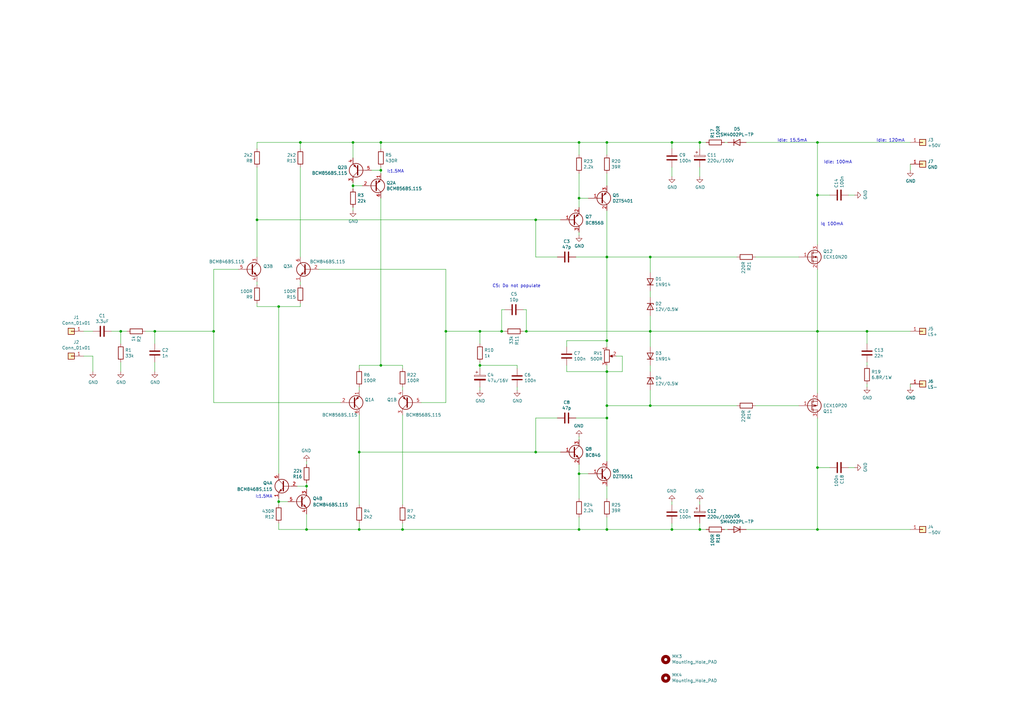
<source format=kicad_sch>
(kicad_sch (version 20211123) (generator eeschema)
  (paper "A3")
  (title_block (title "Lateral MOS FET 80W") (date "2022-04-02") (rev "V3"))
  (lib_symbols
    (symbol "Connector_Generic:Conn_01x01" (pin_names (offset 1.016) hide)
      (property "Reference" "J" (at 0 2.54 0))
      (property "Value" "Conn_01x01" (at 0 -2.54 0))
      (symbol "Conn_01x01_1_1"
        (rectangle (start -1.27 0.127) (end 0 -0.127) (stroke (width 0.1524)))
        (rectangle (start -1.27 1.27) (end 1.27 -1.27) (stroke (width 0.254)) (fill (type background)))
        (pin passive line (at -5.08 0 0) (length 3.81) (name "Pin_1") (number "1"))
      )
    )
    (symbol "Device:C" (pin_numbers hide) (pin_names (offset 0.254))
      (property "Reference" "C" (at 0.635 2.54 0))
      (property "Value" "C" (at 0.635 -2.54 0))
      (symbol "C_0_1"
        (polyline (pts (xy -2.032 -0.762) (xy 2.032 -0.762)) (stroke (width 0.508)))
        (polyline (pts (xy -2.032 0.762) (xy 2.032 0.762)) (stroke (width 0.508)))
      )
      (symbol "C_1_1"
        (pin passive line (at 0 3.81 270) (length 2.794) (name "~") (number "1"))
        (pin passive line (at 0 -3.81 90) (length 2.794) (name "~") (number "2"))
      )
    )
    (symbol "Device:CP" (pin_numbers hide) (pin_names (offset 0.254))
      (property "Reference" "C" (at 0.635 2.54 0))
      (property "Value" "Device_CP" (at 0.635 -2.54 0))
      (symbol "CP_0_1"
        (rectangle (start -2.286 0.508) (end 2.286 1.016))
        (polyline (pts (xy -1.778 2.286) (xy -0.762 2.286)))
        (polyline (pts (xy -1.27 2.794) (xy -1.27 1.778)))
        (rectangle (start 2.286 -0.508) (end -2.286 -1.016) (fill (type outline)))
      )
      (symbol "CP_1_1"
        (pin passive line (at 0 3.81 270) (length 2.794) (name "~") (number "1"))
        (pin passive line (at 0 -3.81 90) (length 2.794) (name "~") (number "2"))
      )
    )
    (symbol "Device:R" (pin_numbers hide) (pin_names (offset 0))
      (property "Reference" "R" (at 2.032 0 90))
      (property "Value" "R" (at 0 0 90))
      (symbol "R_0_1"
        (rectangle (start -1.016 -2.54) (end 1.016 2.54) (stroke (width 0.254)))
      )
      (symbol "R_1_1"
        (pin passive line (at 0 3.81 270) (length 1.27) (name "~") (number "1"))
        (pin passive line (at 0 -3.81 90) (length 1.27) (name "~") (number "2"))
      )
    )
    (symbol "Device:R_POT" (pin_names (offset 1.016) hide)
      (property "Reference" "RV" (at -4.445 0 90))
      (property "Value" "Device_R_POT" (at -2.54 0 90))
      (symbol "R_POT_0_1"
        (polyline (pts (xy 2.54 0) (xy 1.524 0)))
        (polyline (pts (xy 1.143 0) (xy 2.286 0.508) (xy 2.286 -0.508) (xy 1.143 0)) (fill (type outline)))
        (rectangle (start 1.016 2.54) (end -1.016 -2.54) (stroke (width 0.254)))
      )
      (symbol "R_POT_1_1"
        (pin passive line (at 0 3.81 270) (length 1.27) (name "1") (number "1"))
        (pin passive line (at 3.81 0 180) (length 1.27) (name "2") (number "2"))
        (pin passive line (at 0 -3.81 90) (length 1.27) (name "3") (number "3"))
      )
    )
    (symbol "Diode:1N4002" (pin_numbers hide) (pin_names (offset 1.016) hide)
      (property "Reference" "D" (at 0 2.54 0))
      (property "Value" "1N4002" (at 0 -2.54 0))
      (symbol "1N4002_0_1"
        (polyline (pts (xy -1.27 1.27) (xy -1.27 -1.27)) (stroke (width 0.254)))
        (polyline (pts (xy 1.27 0) (xy -1.27 0)))
        (polyline (pts (xy 1.27 1.27) (xy 1.27 -1.27) (xy -1.27 0) (xy 1.27 1.27)) (stroke (width 0.254)))
      )
      (symbol "1N4002_1_1"
        (pin passive line (at -3.81 0 0) (length 2.54) (name "K") (number "1"))
        (pin passive line (at 3.81 0 180) (length 2.54) (name "A") (number "2"))
      )
    )
    (symbol "Diode:1N4148" (pin_numbers hide) (pin_names (offset 1.016) hide)
      (property "Reference" "D" (at 0 2.54 0))
      (property "Value" "1N4148" (at 0 -2.54 0))
      (symbol "1N4148_0_1"
        (polyline (pts (xy -1.27 1.27) (xy -1.27 -1.27)) (stroke (width 0.254)))
        (polyline (pts (xy 1.27 0) (xy -1.27 0)))
        (polyline (pts (xy 1.27 1.27) (xy 1.27 -1.27) (xy -1.27 0) (xy 1.27 1.27)) (stroke (width 0.254)))
      )
      (symbol "1N4148_1_1"
        (pin passive line (at -3.81 0 0) (length 2.54) (name "K") (number "1"))
        (pin passive line (at 3.81 0 180) (length 2.54) (name "A") (number "2"))
      )
    )
    (symbol "Diode:ZPDxx" (pin_numbers hide) (pin_names (offset 1.016) hide)
      (property "Reference" "D" (at 0 2.54 0))
      (property "Value" "ZPDxx" (at 0 -2.54 0))
      (symbol "ZPDxx_0_1"
        (polyline (pts (xy 1.27 0) (xy -1.27 0)))
        (polyline (pts (xy -1.27 -1.27) (xy -1.27 1.27) (xy -0.762 1.27)) (stroke (width 0.254)))
        (polyline (pts (xy 1.27 -1.27) (xy 1.27 1.27) (xy -1.27 0) (xy 1.27 -1.27)) (stroke (width 0.254)))
      )
      (symbol "ZPDxx_1_1"
        (pin passive line (at -3.81 0 0) (length 2.54) (name "K") (number "1"))
        (pin passive line (at 3.81 0 180) (length 2.54) (name "A") (number "2"))
      )
    )
    (symbol "Mechanical:MountingHole" (pin_names (offset 1.016))
      (property "Reference" "H" (at 0 5.08 0))
      (property "Value" "MountingHole" (at 0 3.175 0))
      (symbol "MountingHole_0_1"
        (circle (center 0 0) (radius 1.27) (stroke (width 1.27)))
      )
    )
    (symbol "Transistor_BJT:BC846" (pin_names (offset 0) hide)
      (property "Reference" "Q" (at 5.08 1.905 0))
      (property "Value" "BC846" (at 5.08 0 0))
      (symbol "BC846_0_1"
        (polyline (pts (xy 0.635 0.635) (xy 2.54 2.54)))
        (polyline (pts (xy 0.635 -0.635) (xy 2.54 -2.54) (xy 2.54 -2.54)))
        (polyline (pts (xy 0.635 1.905) (xy 0.635 -1.905) (xy 0.635 -1.905)) (stroke (width 0.508)))
        (polyline (pts (xy 1.27 -1.778) (xy 1.778 -1.27) (xy 2.286 -2.286) (xy 1.27 -1.778) (xy 1.27 -1.778)) (fill (type outline)))
        (circle (center 1.27 0) (radius 2.8194) (stroke (width 0.254)))
      )
      (symbol "BC846_1_1"
        (pin input line (at -5.08 0 0) (length 5.715) (name "B") (number "1"))
        (pin passive line (at 2.54 -5.08 90) (length 2.54) (name "E") (number "2"))
        (pin passive line (at 2.54 5.08 270) (length 2.54) (name "C") (number "3"))
      )
    )
    (symbol "Transistor_BJT:BC846BDW1" (pin_names (offset 0) hide)
      (property "Reference" "Q" (at 5.08 1.27 0))
      (property "Value" "BC846BDW1" (at 5.08 -1.27 0))
      (symbol "BC846BDW1_0_1"
        (polyline (pts (xy 0.635 0) (xy -2.54 0)))
        (polyline (pts (xy 0.635 0.635) (xy 2.54 2.54)))
        (polyline (pts (xy 0.635 -0.635) (xy 2.54 -2.54) (xy 2.54 -2.54)))
        (polyline (pts (xy 0.635 1.905) (xy 0.635 -1.905) (xy 0.635 -1.905)) (stroke (width 0.508)))
        (polyline (pts (xy 1.27 -1.778) (xy 1.778 -1.27) (xy 2.286 -2.286) (xy 1.27 -1.778) (xy 1.27 -1.778)) (fill (type outline)))
        (circle (center 1.27 0) (radius 2.8194) (stroke (width 0.254)))
      )
      (symbol "BC846BDW1_1_1"
        (pin passive line (at 2.54 -5.08 90) (length 2.54) (name "E1") (number "1"))
        (pin input line (at -5.08 0 0) (length 2.54) (name "B1") (number "2"))
        (pin passive line (at 2.54 5.08 270) (length 2.54) (name "C1") (number "6"))
      )
      (symbol "BC846BDW1_2_1"
        (pin passive line (at 2.54 5.08 270) (length 2.54) (name "C2") (number "3"))
        (pin passive line (at 2.54 -5.08 90) (length 2.54) (name "E2") (number "4"))
        (pin input line (at -5.08 0 0) (length 2.54) (name "B2") (number "5"))
      )
    )
    (symbol "Transistor_BJT:BC856" (pin_names (offset 0) hide)
      (property "Reference" "Q" (at 5.08 1.905 0))
      (property "Value" "BC856" (at 5.08 0 0))
      (symbol "BC856_0_1"
        (polyline (pts (xy 0.635 0.635) (xy 2.54 2.54)))
        (polyline (pts (xy 0.635 -0.635) (xy 2.54 -2.54) (xy 2.54 -2.54)))
        (polyline (pts (xy 0.635 1.905) (xy 0.635 -1.905) (xy 0.635 -1.905)) (stroke (width 0.508)))
        (polyline (pts (xy 2.286 -1.778) (xy 1.778 -2.286) (xy 1.27 -1.27) (xy 2.286 -1.778) (xy 2.286 -1.778)) (fill (type outline)))
        (circle (center 1.27 0) (radius 2.8194) (stroke (width 0.254)))
      )
      (symbol "BC856_1_1"
        (pin input line (at -5.08 0 0) (length 5.715) (name "B") (number "1"))
        (pin passive line (at 2.54 -5.08 90) (length 2.54) (name "E") (number "2"))
        (pin passive line (at 2.54 5.08 270) (length 2.54) (name "C") (number "3"))
      )
    )
    (symbol "Transistor_BJT:BC856BS" (pin_names (offset 0) hide)
      (property "Reference" "Q" (at 5.08 1.27 0))
      (property "Value" "BC856BS" (at 5.08 -1.27 0))
      (symbol "BC856BS_0_1"
        (polyline (pts (xy 0.635 0) (xy -2.54 0)))
        (polyline (pts (xy 0.635 0.635) (xy 2.54 2.54)))
        (polyline (pts (xy 0.635 -0.635) (xy 2.54 -2.54) (xy 2.54 -2.54)))
        (polyline (pts (xy 0.635 1.905) (xy 0.635 -1.905) (xy 0.635 -1.905)) (stroke (width 0.508)))
        (polyline (pts (xy 2.286 -1.778) (xy 1.778 -2.286) (xy 1.27 -1.27) (xy 2.286 -1.778) (xy 2.286 -1.778)) (fill (type outline)))
        (circle (center 1.27 0) (radius 2.8194) (stroke (width 0.254)))
      )
      (symbol "BC856BS_1_1"
        (pin passive line (at 2.54 -5.08 90) (length 2.54) (name "E1") (number "1"))
        (pin input line (at -5.08 0 0) (length 2.54) (name "B1") (number "2"))
        (pin passive line (at 2.54 5.08 270) (length 2.54) (name "C1") (number "6"))
      )
      (symbol "BC856BS_2_1"
        (pin passive line (at 2.54 5.08 270) (length 2.54) (name "C2") (number "3"))
        (pin passive line (at 2.54 -5.08 90) (length 2.54) (name "E2") (number "4"))
        (pin input line (at -5.08 0 0) (length 2.54) (name "B2") (number "5"))
      )
    )
    (symbol "kicad-snk:DZT5401" (pin_names (offset 0) hide)
      (property "Reference" "Q" (at 5.08 1.905 0))
      (property "Value" "kicad-snk_DZT5401" (at 5.08 0 0))
      (symbol "DZT5401_0_1"
        (polyline (pts (xy 0.635 0.635) (xy 2.54 2.54)))
        (polyline (pts (xy 0.635 -0.635) (xy 2.54 -2.54) (xy 2.54 -2.54)))
        (polyline (pts (xy 0.635 1.905) (xy 0.635 -1.905) (xy 0.635 -1.905)) (stroke (width 0.508)))
        (polyline (pts (xy 2.286 -1.778) (xy 1.778 -2.286) (xy 1.27 -1.27) (xy 2.286 -1.778) (xy 2.286 -1.778)) (fill (type outline)))
        (circle (center 1.27 0) (radius 2.8194) (stroke (width 0.254)))
      )
      (symbol "DZT5401_1_1"
        (pin input line (at -5.08 0 0) (length 5.715) (name "B") (number "1"))
        (pin passive line (at 2.54 5.08 270) (length 2.54) (name "C") (number "2"))
        (pin passive line (at 2.54 -5.08 90) (length 2.54) (name "E") (number "3"))
      )
    )
    (symbol "kicad-snk:DZT5551" (pin_names (offset 0) hide)
      (property "Reference" "Q" (at 5.08 1.905 0))
      (property "Value" "kicad-snk_DZT5551" (at 5.08 0 0))
      (symbol "DZT5551_0_1"
        (polyline (pts (xy 0.635 0.635) (xy 2.54 2.54)))
        (polyline (pts (xy 0.635 -0.635) (xy 2.54 -2.54) (xy 2.54 -2.54)))
        (polyline (pts (xy 0.635 1.905) (xy 0.635 -1.905) (xy 0.635 -1.905)) (stroke (width 0.508)))
        (polyline (pts (xy 1.27 -1.778) (xy 1.778 -1.27) (xy 2.286 -2.286) (xy 1.27 -1.778) (xy 1.27 -1.778)) (fill (type outline)))
        (circle (center 1.27 0) (radius 2.8194) (stroke (width 0.254)))
      )
      (symbol "DZT5551_1_1"
        (pin input line (at -5.08 0 0) (length 5.715) (name "B") (number "1"))
        (pin passive line (at 2.54 5.08 270) (length 2.54) (name "C") (number "2"))
        (pin passive line (at 2.54 -5.08 90) (length 2.54) (name "E") (number "3"))
      )
    )
    (symbol "kicad-snk:Q_NMOS_GSD" (pin_names (offset 0) hide)
      (property "Reference" "Q" (at 7.62 1.27 0))
      (property "Value" "kicad-snk_Q_NMOS_GSD" (at 16.51 -1.27 0))
      (symbol "Q_NMOS_GSD_0_1"
        (polyline (pts (xy 0.762 -1.778) (xy 2.54 -1.778)))
        (polyline (pts (xy 0.762 -1.27) (xy 0.762 -2.286)) (stroke (width 0.254)))
        (polyline (pts (xy 0.762 0) (xy 2.54 0)))
        (polyline (pts (xy 0.762 0.508) (xy 0.762 -0.508)) (stroke (width 0.254)))
        (polyline (pts (xy 0.762 1.778) (xy 2.54 1.778)))
        (polyline (pts (xy 0.762 2.286) (xy 0.762 1.27)) (stroke (width 0.254)))
        (polyline (pts (xy 2.54 -1.778) (xy 2.54 -2.54)))
        (polyline (pts (xy 2.54 -1.778) (xy 2.54 0)))
        (polyline (pts (xy 2.54 2.54) (xy 2.54 1.778)))
        (polyline (pts (xy 0.254 1.905) (xy 0.254 -1.905) (xy 0.254 -1.905)) (stroke (width 0.254)))
        (polyline (pts (xy 1.016 0) (xy 2.032 0.381) (xy 2.032 -0.381) (xy 1.016 0)) (fill (type outline)))
        (circle (center 1.27 0) (radius 2.8194) (stroke (width 0.254)))
      )
      (symbol "Q_NMOS_GSD_1_1"
        (pin input line (at -5.08 0 0) (length 5.334) (name "G") (number "1"))
        (pin passive line (at 2.54 -5.08 90) (length 2.54) (name "S") (number "2"))
        (pin passive line (at 2.54 5.08 270) (length 2.54) (name "D") (number "3"))
      )
    )
    (symbol "kicad-snk:Q_PMOS_GSD" (pin_names (offset 0) hide)
      (property "Reference" "Q" (at 7.62 1.27 0))
      (property "Value" "kicad-snk_Q_PMOS_GSD" (at 16.51 -1.27 0))
      (symbol "Q_PMOS_GSD_0_1"
        (polyline (pts (xy 0.762 -1.778) (xy 2.54 -1.778)))
        (polyline (pts (xy 0.762 -1.27) (xy 0.762 -2.286)) (stroke (width 0.254)))
        (polyline (pts (xy 0.762 0) (xy 2.54 0)))
        (polyline (pts (xy 0.762 0.508) (xy 0.762 -0.508)) (stroke (width 0.254)))
        (polyline (pts (xy 0.762 1.778) (xy 2.54 1.778)))
        (polyline (pts (xy 0.762 2.286) (xy 0.762 1.27)) (stroke (width 0.254)))
        (polyline (pts (xy 2.54 -1.778) (xy 2.54 -2.54)))
        (polyline (pts (xy 2.54 -1.778) (xy 2.54 0)))
        (polyline (pts (xy 2.54 2.54) (xy 2.54 1.778)))
        (polyline (pts (xy 0.254 1.905) (xy 0.254 -1.905) (xy 0.254 -1.905)) (stroke (width 0.254)))
        (polyline (pts (xy 2.286 0) (xy 1.27 -0.381) (xy 1.27 0.381) (xy 2.286 0)) (fill (type outline)))
        (circle (center 1.27 0) (radius 2.8194) (stroke (width 0.254)))
      )
      (symbol "Q_PMOS_GSD_1_1"
        (pin input line (at -5.08 0 0) (length 5.334) (name "G") (number "1"))
        (pin passive line (at 2.54 -5.08 90) (length 2.54) (name "D") (number "2"))
        (pin passive line (at 2.54 5.08 270) (length 2.54) (name "S") (number "3"))
      )
    )
    (symbol "power:GND" (power) (pin_names (offset 0))
      (property "Value" "GND" (at 0 -3.81 0))
      (symbol "GND_0_1"
        (polyline (pts (xy 0 0) (xy 0 -1.27) (xy 1.27 -1.27) (xy 0 -2.54) (xy -1.27 -1.27) (xy 0 -1.27)))
      )
      (symbol "GND_1_1"
        (pin power_in line (at 0 0 270) (length 0) hide (name "GND") (number "1"))
      )
    )
  )
  (junction (at 248.92 58.42))
  (junction (at 266.7 166.37))
  (junction (at 266.7 105.41))
  (junction (at 248.92 166.37))
  (junction (at 266.7 135.89))
  (junction (at 237.49 194.31))
  (junction (at 219.71 185.42))
  (junction (at 355.6 135.89))
  (junction (at 87.63 135.89))
  (junction (at 114.3 205.74))
  (junction (at 156.21 149.86))
  (junction (at 63.5 135.89))
  (junction (at 248.92 217.17))
  (junction (at 248.92 139.7))
  (junction (at 237.49 58.42))
  (junction (at 248.92 105.41))
  (junction (at 147.32 217.17))
  (junction (at 248.92 171.45))
  (junction (at 49.53 135.89))
  (junction (at 156.21 58.42))
  (junction (at 105.41 90.17))
  (junction (at 248.92 152.4))
  (junction (at 275.59 58.42))
  (junction (at 275.59 217.17))
  (junction (at 125.73 217.17))
  (junction (at 125.73 199.39))
  (junction (at 335.28 191.77))
  (junction (at 287.02 58.42))
  (junction (at 196.85 135.89))
  (junction (at 182.88 135.89))
  (junction (at 335.28 58.42))
  (junction (at 165.1 217.17))
  (junction (at 215.9 135.89))
  (junction (at 205.74 135.89))
  (junction (at 335.28 135.89))
  (junction (at 156.21 69.85))
  (junction (at 114.3 125.73))
  (junction (at 144.78 76.2))
  (junction (at 147.32 185.42))
  (junction (at 123.19 58.42))
  (junction (at 335.28 217.17))
  (junction (at 144.78 58.42))
  (junction (at 237.49 81.28))
  (junction (at 237.49 217.17))
  (junction (at 196.85 149.86))
  (junction (at 287.02 217.17))
  (junction (at 335.28 80.01))
  (junction (at 219.71 90.17))
  (wire (pts (xy 38.1 146.05) (xy 34.29 146.05)))
  (wire (pts (xy 219.71 171.45) (xy 219.71 185.42)))
  (wire (pts (xy 236.22 171.45) (xy 248.92 171.45)))
  (wire (pts (xy 255.27 152.4) (xy 255.27 146.05)))
  (wire (pts (xy 306.07 217.17) (xy 335.28 217.17)))
  (wire (pts (xy 205.74 127) (xy 205.74 135.89)))
  (wire (pts (xy 219.71 105.41) (xy 219.71 90.17)))
  (wire (pts (xy 123.19 116.84) (xy 123.19 115.57)))
  (wire (pts (xy 212.09 149.86) (xy 196.85 149.86)))
  (wire (pts (xy 335.28 217.17) (xy 335.28 191.77)))
  (wire (pts (xy 248.92 166.37) (xy 266.7 166.37)))
  (wire (pts (xy 207.01 127) (xy 205.74 127)))
  (wire (pts (xy 212.09 151.13) (xy 212.09 149.86)))
  (wire (pts (xy 165.1 170.18) (xy 165.1 207.01)))
  (wire (pts (xy 266.7 111.76) (xy 266.7 105.41)))
  (wire (pts (xy 237.49 85.09) (xy 237.49 81.28)))
  (wire (pts (xy 275.59 58.42) (xy 275.59 60.96)))
  (wire (pts (xy 125.73 199.39) (xy 121.92 199.39)))
  (wire (pts (xy 34.29 135.89) (xy 38.1 135.89)))
  (wire (pts (xy 152.4 69.85) (xy 156.21 69.85)))
  (wire (pts (xy 266.7 129.54) (xy 266.7 135.89)))
  (wire (pts (xy 275.59 68.58) (xy 275.59 72.39)))
  (wire (pts (xy 340.36 80.01) (xy 335.28 80.01)))
  (wire (pts (xy 340.36 191.77) (xy 335.28 191.77)))
  (wire (pts (xy 248.92 217.17) (xy 275.59 217.17)))
  (wire (pts (xy 125.73 217.17) (xy 147.32 217.17)))
  (wire (pts (xy 144.78 76.2) (xy 148.59 76.2)))
  (wire (pts (xy 63.5 135.89) (xy 87.63 135.89)))
  (wire (pts (xy 237.49 179.07) (xy 237.49 180.34)))
  (wire (pts (xy 287.02 58.42) (xy 287.02 60.96)))
  (wire (pts (xy 123.19 60.96) (xy 123.19 58.42)))
  (wire (pts (xy 335.28 100.33) (xy 335.28 80.01)))
  (wire (pts (xy 139.7 165.1) (xy 87.63 165.1)))
  (wire (pts (xy 196.85 149.86) (xy 196.85 148.59)))
  (wire (pts (xy 105.41 90.17) (xy 105.41 68.58)))
  (wire (pts (xy 248.92 152.4) (xy 255.27 152.4)))
  (wire (pts (xy 335.28 110.49) (xy 335.28 135.89)))
  (wire (pts (xy 147.32 170.18) (xy 147.32 185.42)))
  (wire (pts (xy 248.92 58.42) (xy 237.49 58.42)))
  (wire (pts (xy 298.45 58.42) (xy 297.18 58.42)))
  (wire (pts (xy 105.41 60.96) (xy 105.41 58.42)))
  (wire (pts (xy 63.5 140.97) (xy 63.5 135.89)))
  (wire (pts (xy 237.49 217.17) (xy 248.92 217.17)))
  (wire (pts (xy 309.88 166.37) (xy 327.66 166.37)))
  (wire (pts (xy 165.1 217.17) (xy 237.49 217.17)))
  (wire (pts (xy 105.41 124.46) (xy 105.41 125.73)))
  (wire (pts (xy 105.41 105.41) (xy 105.41 90.17)))
  (wire (pts (xy 248.92 204.47) (xy 248.92 199.39)))
  (wire (pts (xy 248.92 152.4) (xy 248.92 166.37)))
  (wire (pts (xy 266.7 160.02) (xy 266.7 166.37)))
  (wire (pts (xy 219.71 90.17) (xy 229.87 90.17)))
  (wire (pts (xy 248.92 166.37) (xy 248.92 171.45)))
  (wire (pts (xy 165.1 158.75) (xy 165.1 160.02)))
  (wire (pts (xy 373.38 67.31) (xy 373.38 69.85)))
  (wire (pts (xy 248.92 142.24) (xy 248.92 139.7)))
  (wire (pts (xy 125.73 190.5) (xy 125.73 189.23)))
  (wire (pts (xy 228.6 171.45) (xy 219.71 171.45)))
  (wire (pts (xy 144.78 74.93) (xy 144.78 76.2)))
  (wire (pts (xy 156.21 58.42) (xy 144.78 58.42)))
  (wire (pts (xy 335.28 80.01) (xy 335.28 58.42)))
  (wire (pts (xy 123.19 58.42) (xy 105.41 58.42)))
  (wire (pts (xy 248.92 149.86) (xy 248.92 152.4)))
  (wire (pts (xy 144.78 58.42) (xy 144.78 64.77)))
  (wire (pts (xy 248.92 76.2) (xy 248.92 71.12)))
  (wire (pts (xy 182.88 110.49) (xy 182.88 135.89)))
  (wire (pts (xy 105.41 90.17) (xy 219.71 90.17)))
  (wire (pts (xy 335.28 171.45) (xy 335.28 191.77)))
  (wire (pts (xy 266.7 105.41) (xy 302.26 105.41)))
  (wire (pts (xy 355.6 140.97) (xy 355.6 135.89)))
  (wire (pts (xy 63.5 152.4) (xy 63.5 148.59)))
  (wire (pts (xy 147.32 185.42) (xy 147.32 207.01)))
  (wire (pts (xy 49.53 152.4) (xy 49.53 148.59)))
  (wire (pts (xy 355.6 158.75) (xy 355.6 157.48)))
  (wire (pts (xy 237.49 58.42) (xy 237.49 63.5)))
  (wire (pts (xy 147.32 158.75) (xy 147.32 160.02)))
  (wire (pts (xy 237.49 71.12) (xy 237.49 81.28)))
  (wire (pts (xy 248.92 217.17) (xy 248.92 212.09)))
  (wire (pts (xy 125.73 199.39) (xy 125.73 198.12)))
  (wire (pts (xy 232.41 142.24) (xy 232.41 139.7)))
  (wire (pts (xy 125.73 200.66) (xy 125.73 199.39)))
  (wire (pts (xy 165.1 149.86) (xy 156.21 149.86)))
  (wire (pts (xy 309.88 105.41) (xy 327.66 105.41)))
  (wire (pts (xy 350.52 80.01) (xy 347.98 80.01)))
  (wire (pts (xy 147.32 214.63) (xy 147.32 217.17)))
  (wire (pts (xy 287.02 217.17) (xy 275.59 217.17)))
  (wire (pts (xy 215.9 135.89) (xy 215.9 127)))
  (wire (pts (xy 105.41 125.73) (xy 114.3 125.73)))
  (wire (pts (xy 237.49 95.25) (xy 237.49 96.52)))
  (wire (pts (xy 306.07 58.42) (xy 335.28 58.42)))
  (wire (pts (xy 287.02 214.63) (xy 287.02 217.17)))
  (wire (pts (xy 156.21 58.42) (xy 156.21 60.96)))
  (wire (pts (xy 196.85 135.89) (xy 196.85 140.97)))
  (wire (pts (xy 114.3 205.74) (xy 114.3 204.47)))
  (wire (pts (xy 355.6 149.86) (xy 355.6 148.59)))
  (wire (pts (xy 147.32 185.42) (xy 219.71 185.42)))
  (wire (pts (xy 182.88 110.49) (xy 130.81 110.49)))
  (wire (pts (xy 114.3 125.73) (xy 114.3 194.31)))
  (wire (pts (xy 156.21 149.86) (xy 147.32 149.86)))
  (wire (pts (xy 172.72 165.1) (xy 182.88 165.1)))
  (wire (pts (xy 144.78 85.09) (xy 144.78 86.36)))
  (wire (pts (xy 196.85 151.13) (xy 196.85 149.86)))
  (wire (pts (xy 212.09 160.02) (xy 212.09 158.75)))
  (wire (pts (xy 335.28 58.42) (xy 373.38 58.42)))
  (wire (pts (xy 49.53 140.97) (xy 49.53 135.89)))
  (wire (pts (xy 165.1 151.13) (xy 165.1 149.86)))
  (wire (pts (xy 373.38 135.89) (xy 355.6 135.89)))
  (wire (pts (xy 289.56 58.42) (xy 287.02 58.42)))
  (wire (pts (xy 237.49 194.31) (xy 241.3 194.31)))
  (wire (pts (xy 232.41 149.86) (xy 232.41 152.4)))
  (wire (pts (xy 123.19 58.42) (xy 144.78 58.42)))
  (wire (pts (xy 248.92 58.42) (xy 248.92 63.5)))
  (wire (pts (xy 215.9 135.89) (xy 266.7 135.89)))
  (wire (pts (xy 165.1 214.63) (xy 165.1 217.17)))
  (wire (pts (xy 287.02 68.58) (xy 287.02 72.39)))
  (wire (pts (xy 147.32 149.86) (xy 147.32 151.13)))
  (wire (pts (xy 355.6 135.89) (xy 335.28 135.89)))
  (wire (pts (xy 45.72 135.89) (xy 49.53 135.89)))
  (wire (pts (xy 266.7 152.4) (xy 266.7 149.86)))
  (wire (pts (xy 105.41 116.84) (xy 105.41 115.57)))
  (wire (pts (xy 87.63 135.89) (xy 87.63 110.49)))
  (wire (pts (xy 237.49 190.5) (xy 237.49 194.31)))
  (wire (pts (xy 87.63 165.1) (xy 87.63 135.89)))
  (wire (pts (xy 275.59 207.01) (xy 275.59 205.74)))
  (wire (pts (xy 237.49 212.09) (xy 237.49 217.17)))
  (wire (pts (xy 196.85 160.02) (xy 196.85 158.75)))
  (wire (pts (xy 63.5 135.89) (xy 59.69 135.89)))
  (wire (pts (xy 350.52 191.77) (xy 347.98 191.77)))
  (wire (pts (xy 248.92 171.45) (xy 248.92 189.23)))
  (wire (pts (xy 248.92 105.41) (xy 248.92 86.36)))
  (wire (pts (xy 156.21 81.28) (xy 156.21 149.86)))
  (wire (pts (xy 182.88 135.89) (xy 182.88 165.1)))
  (wire (pts (xy 232.41 152.4) (xy 248.92 152.4)))
  (wire (pts (xy 156.21 68.58) (xy 156.21 69.85)))
  (wire (pts (xy 252.73 146.05) (xy 255.27 146.05)))
  (wire (pts (xy 248.92 139.7) (xy 248.92 105.41)))
  (wire (pts (xy 114.3 207.01) (xy 114.3 205.74)))
  (wire (pts (xy 266.7 166.37) (xy 302.26 166.37)))
  (wire (pts (xy 219.71 185.42) (xy 229.87 185.42)))
  (wire (pts (xy 298.45 217.17) (xy 297.18 217.17)))
  (wire (pts (xy 335.28 217.17) (xy 373.38 217.17)))
  (wire (pts (xy 123.19 125.73) (xy 123.19 124.46)))
  (wire (pts (xy 147.32 217.17) (xy 165.1 217.17)))
  (wire (pts (xy 287.02 205.74) (xy 287.02 207.01)))
  (wire (pts (xy 125.73 217.17) (xy 125.73 210.82)))
  (wire (pts (xy 248.92 105.41) (xy 266.7 105.41)))
  (wire (pts (xy 87.63 110.49) (xy 97.79 110.49)))
  (wire (pts (xy 266.7 142.24) (xy 266.7 135.89)))
  (wire (pts (xy 114.3 217.17) (xy 125.73 217.17)))
  (wire (pts (xy 236.22 105.41) (xy 248.92 105.41)))
  (wire (pts (xy 52.07 135.89) (xy 49.53 135.89)))
  (wire (pts (xy 38.1 152.4) (xy 38.1 146.05)))
  (wire (pts (xy 205.74 135.89) (xy 196.85 135.89)))
  (wire (pts (xy 214.63 135.89) (xy 215.9 135.89)))
  (wire (pts (xy 207.01 135.89) (xy 205.74 135.89)))
  (wire (pts (xy 215.9 127) (xy 214.63 127)))
  (wire (pts (xy 182.88 135.89) (xy 196.85 135.89)))
  (wire (pts (xy 144.78 76.2) (xy 144.78 77.47)))
  (wire (pts (xy 232.41 139.7) (xy 248.92 139.7)))
  (wire (pts (xy 156.21 69.85) (xy 156.21 71.12)))
  (wire (pts (xy 275.59 214.63) (xy 275.59 217.17)))
  (wire (pts (xy 118.11 205.74) (xy 114.3 205.74)))
  (wire (pts (xy 275.59 58.42) (xy 248.92 58.42)))
  (wire (pts (xy 228.6 105.41) (xy 219.71 105.41)))
  (wire (pts (xy 266.7 135.89) (xy 335.28 135.89)))
  (wire (pts (xy 237.49 194.31) (xy 237.49 204.47)))
  (wire (pts (xy 156.21 58.42) (xy 237.49 58.42)))
  (wire (pts (xy 266.7 121.92) (xy 266.7 119.38)))
  (wire (pts (xy 287.02 58.42) (xy 275.59 58.42)))
  (wire (pts (xy 123.19 105.41) (xy 123.19 68.58)))
  (wire (pts (xy 289.56 217.17) (xy 287.02 217.17)))
  (wire (pts (xy 237.49 81.28) (xy 241.3 81.28)))
  (wire (pts (xy 335.28 135.89) (xy 335.28 161.29)))
  (wire (pts (xy 114.3 217.17) (xy 114.3 214.63)))
  (wire (pts (xy 373.38 158.75) (xy 373.38 157.48)))
  (wire (pts (xy 114.3 125.73) (xy 123.19 125.73)))
  (text "I:1.5MA" (at 111.76 204.47 180) (effects (font (size 1.27 1.27)) (justify right bottom)))
  (text "Idle: 100mA" (at 337.82 67.31 0) (effects (font (size 1.27 1.27)) (justify left bottom)))
  (text "Iq 100mA" (at 336.55 92.71 0) (effects (font (size 1.27 1.27)) (justify left bottom)))
  (text "Idle: 15.5mA" (at 318.77 58.42 0) (effects (font (size 1.27 1.27)) (justify left bottom)))
  (text "Idle: 120mA" (at 359.41 58.42 0) (effects (font (size 1.27 1.27)) (justify left bottom)))
  (text "I:1.5MA" (at 158.75 71.12 0) (effects (font (size 1.27 1.27)) (justify left bottom)))
  (text "C5: Do not populate" (at 201.93 118.11 0) (effects (font (size 1.27 1.27)) (justify left bottom)))
  (symbol (lib_id "Device:R") (at 55.88 135.89 270) (unit 1)
    (property "Reference" "R2" (at 57.0484 137.668 0) (effects (justify left)))
    (property "Value" "1k" (at 54.737 137.668 0) (effects (justify left)))
    (property "Footprint" "Resistor_SMD:R_0805_2012Metric_Pad1.20x1.40mm_HandSolder" (effects hide))
  )
  (symbol (lib_id "Device:C") (at 63.5 144.78 0) (unit 1)
    (property "Reference" "C2" (at 66.421 143.6116 0) (effects (justify left)))
    (property "Value" "1n" (at 66.421 145.923 0) (effects (justify left)))
    (property "Footprint" "Capacitor_THT:C_Rect_L7.2mm_W2.5mm_P5.00mm_FKS2_FKP2_MKS2_MKP2" (effects hide))
  )
  (symbol (lib_id "Device:C") (at 41.91 135.89 270) (unit 1)
    (property "Reference" "C1" (at 41.91 129.4892 90))
    (property "Value" "3.3uF" (at 41.91 131.8006 90))
    (property "Footprint" "Capacitor_THT:C_Rect_L7.2mm_W7.2mm_P5.00mm_FKS2_FKP2_MKS2_MKP2" (effects hide))
  )
  (symbol (lib_id "power:GND") (at 49.53 152.4 0) (unit 1)
    (property "Reference" "#PWR0101" (effects hide))
    (property "Value" "GND" (at 49.657 156.7942 0))
  )
  (symbol (lib_id "Device:R") (at 49.53 144.78 0) (unit 1)
    (property "Reference" "R1" (at 51.308 143.6116 0) (effects (justify left)))
    (property "Value" "33k" (at 51.308 145.923 0) (effects (justify left)))
    (property "Footprint" "Resistor_SMD:R_0805_2012Metric_Pad1.20x1.40mm_HandSolder" (effects hide))
  )
  (symbol (lib_id "power:GND") (at 38.1 152.4 0) (unit 1)
    (property "Reference" "#PWR0102" (effects hide))
    (property "Value" "GND" (at 38.227 156.7942 0))
  )
  (symbol (lib_id "Connector_Generic:Conn_01x01") (at 29.21 135.89 180) (unit 1)
    (property "Reference" "J1" (at 31.2928 130.175 0))
    (property "Value" "Conn_01x01" (at 31.2928 132.4864 0))
    (property "Footprint" "Connector_Pin:Pin_D1.0mm_L10.0mm" (effects hide))
  )
  (symbol (lib_id "Connector_Generic:Conn_01x01") (at 29.21 146.05 180) (unit 1)
    (property "Reference" "J2" (at 31.2928 140.335 0))
    (property "Value" "Conn_01x01" (at 31.2928 142.6464 0))
    (property "Footprint" "Connector_Pin:Pin_D1.0mm_L10.0mm" (effects hide))
  )
  (symbol (lib_id "Device:R") (at 147.32 154.94 0) (unit 1)
    (property "Reference" "R6" (at 149.098 153.7716 0) (effects (justify left)))
    (property "Value" "100R" (at 149.098 156.083 0) (effects (justify left)))
    (property "Footprint" "Resistor_SMD:R_0805_2012Metric_Pad1.20x1.40mm_HandSolder" (effects hide))
  )
  (symbol (lib_id "Device:R") (at 144.78 81.28 0) (unit 1)
    (property "Reference" "R3" (at 146.558 80.1116 0) (effects (justify left)))
    (property "Value" "22k" (at 146.558 82.423 0) (effects (justify left)))
    (property "Footprint" "Resistor_SMD:R_0805_2012Metric_Pad1.20x1.40mm_HandSolder" (effects hide))
  )
  (symbol (lib_id "power:GND") (at 144.78 86.36 0) (unit 1)
    (property "Reference" "#PWR0103" (effects hide))
    (property "Value" "GND" (at 144.907 90.7542 0))
  )
  (symbol (lib_id "Device:R") (at 156.21 64.77 0) (unit 1)
    (property "Reference" "R5" (at 157.988 63.6016 0) (effects (justify left)))
    (property "Value" "430R" (at 157.988 65.913 0) (effects (justify left)))
    (property "Footprint" "Resistor_SMD:R_0805_2012Metric_Pad1.20x1.40mm_HandSolder" (effects hide))
  )
  (symbol (lib_id "Device:CP") (at 196.85 154.94 0) (unit 1)
    (property "Reference" "C4" (at 199.8472 153.7716 0) (effects (justify left)))
    (property "Value" "47u/16V" (at 199.8472 156.083 0) (effects (justify left)))
    (property "Footprint" "Capacitor_THT:CP_Radial_D5.0mm_P2.00mm" (effects hide))
  )
  (symbol (lib_id "Device:C") (at 212.09 154.94 0) (unit 1)
    (property "Reference" "C6" (at 215.011 153.7716 0) (effects (justify left)))
    (property "Value" "100n" (at 215.011 156.083 0) (effects (justify left)))
    (property "Footprint" "Capacitor_THT:C_Rect_L7.2mm_W2.5mm_P5.00mm_FKS2_FKP2_MKS2_MKP2" (effects hide))
  )
  (symbol (lib_id "Device:R") (at 196.85 144.78 0) (unit 1)
    (property "Reference" "R10" (at 198.628 143.6116 0) (effects (justify left)))
    (property "Value" "1k" (at 198.628 145.923 0) (effects (justify left)))
    (property "Footprint" "Resistor_SMD:R_0805_2012Metric_Pad1.20x1.40mm_HandSolder" (effects hide))
  )
  (symbol (lib_id "Device:R") (at 165.1 210.82 0) (unit 1)
    (property "Reference" "R7" (at 166.878 209.6516 0) (effects (justify left)))
    (property "Value" "2k2" (at 166.878 211.963 0) (effects (justify left)))
    (property "Footprint" "Resistor_SMD:R_0805_2012Metric_Pad1.20x1.40mm_HandSolder" (effects hide))
  )
  (symbol (lib_id "Device:R") (at 147.32 210.82 0) (unit 1)
    (property "Reference" "R4" (at 149.098 209.6516 0) (effects (justify left)))
    (property "Value" "2k2" (at 149.098 211.963 0) (effects (justify left)))
    (property "Footprint" "Resistor_SMD:R_0805_2012Metric_Pad1.20x1.40mm_HandSolder" (effects hide))
  )
  (symbol (lib_id "power:GND") (at 63.5 152.4 0) (unit 1)
    (property "Reference" "#PWR0104" (effects hide))
    (property "Value" "GND" (at 63.627 156.7942 0))
  )
  (symbol (lib_id "Device:R") (at 210.82 135.89 270) (unit 1)
    (property "Reference" "R11" (at 211.9884 137.668 0) (effects (justify left)))
    (property "Value" "33k" (at 209.677 137.668 0) (effects (justify left)))
    (property "Footprint" "Resistor_SMD:R_0805_2012Metric_Pad1.20x1.40mm_HandSolder" (effects hide))
  )
  (symbol (lib_id "Device:C") (at 210.82 127 270) (unit 1)
    (property "Reference" "C5" (at 210.82 120.5992 90))
    (property "Value" "10p" (at 210.82 122.9106 90))
    (property "Footprint" "Capacitor_SMD:C_0805_2012Metric_Pad1.18x1.45mm_HandSolder" (effects hide))
  )
  (symbol (lib_id "Connector_Generic:Conn_01x01") (at 378.46 58.42 0) (unit 1)
    (property "Reference" "J3" (at 380.492 57.3532 0) (effects (justify left)))
    (property "Value" "+50V" (at 380.492 59.6646 0) (effects (justify left)))
    (property "Footprint" "Connector_Wire:SolderWire-1.5sqmm_1x01_D1.7mm_OD3.9mm" (effects hide))
  )
  (symbol (lib_id "Connector_Generic:Conn_01x01") (at 378.46 217.17 0) (unit 1)
    (property "Reference" "J4" (at 380.492 216.1032 0) (effects (justify left)))
    (property "Value" "-50V" (at 380.492 218.4146 0) (effects (justify left)))
    (property "Footprint" "Connector_Wire:SolderWire-1.5sqmm_1x01_D1.7mm_OD3.9mm" (effects hide))
  )
  (symbol (lib_id "power:GND") (at 355.6 158.75 0) (unit 1)
    (property "Reference" "#PWR0109" (effects hide))
    (property "Value" "GND" (at 355.727 163.1442 0))
  )
  (symbol (lib_id "Connector_Generic:Conn_01x01") (at 378.46 157.48 0) (unit 1)
    (property "Reference" "J6" (at 380.492 156.4132 0) (effects (justify left)))
    (property "Value" "LS-" (at 380.492 158.7246 0) (effects (justify left)))
    (property "Footprint" "Connector_Wire:SolderWire-1.5sqmm_1x01_D1.7mm_OD3.9mm" (effects hide))
  )
  (symbol (lib_id "Connector_Generic:Conn_01x01") (at 378.46 135.89 0) (unit 1)
    (property "Reference" "J5" (at 380.492 134.8232 0) (effects (justify left)))
    (property "Value" "LS+" (at 380.492 137.1346 0) (effects (justify left)))
    (property "Footprint" "Connector_Wire:SolderWire-1.5sqmm_1x01_D1.7mm_OD3.9mm" (effects hide))
  )
  (symbol (lib_id "power:GND") (at 373.38 158.75 0) (unit 1)
    (property "Reference" "#PWR0110" (effects hide))
    (property "Value" "GND" (at 373.507 163.1442 0))
  )
  (symbol (lib_id "Device:R_POT") (at 248.92 146.05 0) (unit 1)
    (property "Reference" "RV1" (at 247.1674 144.8816 0) (effects (justify right)))
    (property "Value" "500R" (at 247.1674 147.193 0) (effects (justify right)))
    (property "Footprint" "Potentiometer_THT:Potentiometer_Bourns_3296W_Vertical" (effects hide))
  )
  (symbol (lib_id "Device:C") (at 232.41 146.05 180) (unit 1)
    (property "Reference" "C7" (at 235.331 144.8816 0) (effects (justify right)))
    (property "Value" "100n" (at 235.331 147.193 0) (effects (justify right)))
    (property "Footprint" "Capacitor_THT:C_Rect_L7.2mm_W2.5mm_P5.00mm_FKS2_FKP2_MKS2_MKP2" (effects hide))
  )
  (symbol (lib_id "Diode:1N4148") (at 266.7 115.57 90) (unit 1)
    (property "Reference" "D1" (at 268.732 114.4016 90) (effects (justify right)))
    (property "Value" "1N914" (at 268.732 116.713 90) (effects (justify right)))
    (property "Footprint" "Diode_SMD:D_SOD-123" (effects hide))
    (property "Datasheet" "https://assets.nexperia.com/documents/data-sheet/1N4148_1N4448.pdf" (effects hide))
  )
  (symbol (lib_id "Diode:ZPDxx") (at 266.7 125.73 270) (unit 1)
    (property "Reference" "D2" (at 268.732 124.5616 90) (effects (justify left)))
    (property "Value" "12V/0.5W" (at 268.732 126.873 90) (effects (justify left)))
    (property "Footprint" "Diode_SMD:D_SOD-123" (effects hide))
    (property "Datasheet" "http://diotec.com/tl_files/diotec/files/pdf/datasheets/zpd1" (effects hide))
  )
  (symbol (lib_id "Diode:1N4148") (at 266.7 146.05 90) (unit 1)
    (property "Reference" "D3" (at 268.732 144.8816 90) (effects (justify right)))
    (property "Value" "1N914" (at 268.732 147.193 90) (effects (justify right)))
    (property "Footprint" "Diode_SMD:D_SOD-123" (effects hide))
    (property "Datasheet" "https://assets.nexperia.com/documents/data-sheet/1N4148_1N4448.pdf" (effects hide))
  )
  (symbol (lib_id "Diode:ZPDxx") (at 266.7 156.21 270) (unit 1)
    (property "Reference" "D4" (at 268.732 155.0416 90) (effects (justify left)))
    (property "Value" "12V/0.5W" (at 268.732 157.353 90) (effects (justify left)))
    (property "Footprint" "Diode_SMD:D_SOD-123" (effects hide))
    (property "Datasheet" "http://diotec.com/tl_files/diotec/files/pdf/datasheets/zpd1" (effects hide))
  )
  (symbol (lib_id "Device:R") (at 306.07 166.37 270) (unit 1)
    (property "Reference" "R14" (at 307.2384 168.148 0) (effects (justify left)))
    (property "Value" "220R" (at 304.927 168.148 0) (effects (justify left)))
    (property "Footprint" "Resistor_SMD:R_0805_2012Metric_Pad1.20x1.40mm_HandSolder" (effects hide))
  )
  (symbol (lib_id "kicad-snk:Q_PMOS_GSD") (at 332.74 166.37 0) (mirror x) (unit 1)
    (property "Reference" "Q11" (at 337.5914 168.6814 0) (effects (justify left)))
    (property "Value" "ECX10P20" (at 337.5914 166.37 0) (effects (justify left)))
    (property "Footprint" "Package_TO_SOT_THT:TO-247-3_Horizontal_TabUp" (effects hide))
  )
  (symbol (lib_id "Connector_Generic:Conn_01x01") (at 378.46 67.31 0) (unit 1)
    (property "Reference" "J7" (at 380.492 66.2432 0) (effects (justify left)))
    (property "Value" "GND" (at 380.492 68.5546 0) (effects (justify left)))
    (property "Footprint" "Connector_Wire:SolderWire-1.5sqmm_1x01_D1.7mm_OD3.9mm" (effects hide))
  )
  (symbol (lib_id "Device:R") (at 355.6 153.67 0) (unit 1)
    (property "Reference" "R19" (at 357.378 152.5016 0) (effects (justify left)))
    (property "Value" "6.8R/1W" (at 357.378 154.813 0) (effects (justify left)))
    (property "Footprint" "Resistor_SMD:R_MELF_MMB-0207" (effects hide))
  )
  (symbol (lib_id "power:GND") (at 373.38 69.85 0) (unit 1)
    (property "Reference" "#PWR0111" (effects hide))
    (property "Value" "GND" (at 373.507 74.2442 0))
  )
  (symbol (lib_id "Device:C") (at 355.6 144.78 0) (unit 1)
    (property "Reference" "C13" (at 358.521 143.6116 0) (effects (justify left)))
    (property "Value" "22n" (at 358.521 145.923 0) (effects (justify left)))
    (property "Footprint" "Capacitor_THT:C_Rect_L7.2mm_W2.5mm_P5.00mm_FKS2_FKP2_MKS2_MKP2" (effects hide))
  )
  (symbol (lib_id "Device:CP") (at 287.02 64.77 0) (unit 1)
    (property "Reference" "C11" (at 290.0172 63.6016 0) (effects (justify left)))
    (property "Value" "220u/100V" (at 290.0172 65.913 0) (effects (justify left)))
    (property "Footprint" "Capacitor_THT:CP_Radial_D12.5mm_P5.00mm" (effects hide))
  )
  (symbol (lib_id "Device:C") (at 275.59 64.77 0) (unit 1)
    (property "Reference" "C9" (at 278.511 63.6016 0) (effects (justify left)))
    (property "Value" "100n" (at 278.511 65.913 0) (effects (justify left)))
    (property "Footprint" "Capacitor_THT:C_Rect_L7.2mm_W2.5mm_P5.00mm_FKS2_FKP2_MKS2_MKP2" (effects hide))
  )
  (symbol (lib_id "Diode:1N4002") (at 302.26 58.42 0) (unit 1)
    (property "Reference" "D5" (at 302.26 52.9082 0))
    (property "Value" "SM4002PL-TP" (at 302.26 55.2196 0))
    (property "Footprint" "Diode_SMD:D_SOD-123F" (effects hide))
    (property "Datasheet" "http://www.vishay.com/docs/88503/1n4001.pdf" (effects hide))
  )
  (symbol (lib_id "Device:R") (at 293.37 58.42 90) (unit 1)
    (property "Reference" "R17" (at 292.2016 56.642 0) (effects (justify left)))
    (property "Value" "100R" (at 294.513 56.642 0) (effects (justify left)))
    (property "Footprint" "Resistor_SMD:R_0805_2012Metric_Pad1.20x1.40mm_HandSolder" (effects hide))
  )
  (symbol (lib_id "Device:CP") (at 287.02 210.82 0) (unit 1)
    (property "Reference" "C12" (at 290.0172 209.6516 0) (effects (justify left)))
    (property "Value" "220u/100V" (at 290.0172 211.963 0) (effects (justify left)))
    (property "Footprint" "Capacitor_THT:CP_Radial_D12.5mm_P5.00mm" (effects hide))
  )
  (symbol (lib_id "Device:C") (at 275.59 210.82 0) (unit 1)
    (property "Reference" "C10" (at 278.511 209.6516 0) (effects (justify left)))
    (property "Value" "100n" (at 278.511 211.963 0) (effects (justify left)))
    (property "Footprint" "Capacitor_THT:C_Rect_L7.2mm_W2.5mm_P5.00mm_FKS2_FKP2_MKS2_MKP2" (effects hide))
  )
  (symbol (lib_id "Mechanical:MountingHole") (at 273.05 270.51 0) (unit 1)
    (property "Reference" "MK3" (at 275.59 269.2146 0) (effects (justify left)))
    (property "Value" "Mounting_Hole_PAD" (at 275.59 271.526 0) (effects (justify left)))
    (property "Footprint" "MountingHole:MountingHole_3.2mm_M3_Pad_Via" (effects hide))
  )
  (symbol (lib_id "Mechanical:MountingHole") (at 273.05 278.13 0) (unit 1)
    (property "Reference" "MK4" (at 275.59 276.8346 0) (effects (justify left)))
    (property "Value" "Mounting_Hole_PAD" (at 275.59 279.146 0) (effects (justify left)))
    (property "Footprint" "MountingHole:MountingHole_3.2mm_M3_Pad_Via" (effects hide))
  )
  (symbol (lib_id "Device:R") (at 293.37 217.17 270) (unit 1)
    (property "Reference" "R18" (at 294.5384 218.948 0) (effects (justify left)))
    (property "Value" "100R" (at 292.227 218.948 0) (effects (justify left)))
    (property "Footprint" "Resistor_SMD:R_0805_2012Metric_Pad1.20x1.40mm_HandSolder" (effects hide))
  )
  (symbol (lib_id "Diode:1N4002") (at 302.26 217.17 180) (unit 1)
    (property "Reference" "D6" (at 302.26 211.6582 0))
    (property "Value" "SM4002PL-TP" (at 302.26 213.9696 0))
    (property "Footprint" "Diode_SMD:D_SOD-123F" (effects hide))
    (property "Datasheet" "http://www.vishay.com/docs/88503/1n4001.pdf" (effects hide))
  )
  (symbol (lib_id "power:GND") (at 275.59 72.39 0) (unit 1)
    (property "Reference" "#PWR0112" (effects hide))
    (property "Value" "GND" (at 275.717 76.7842 0))
  )
  (symbol (lib_id "power:GND") (at 287.02 72.39 0) (unit 1)
    (property "Reference" "#PWR0113" (effects hide))
    (property "Value" "GND" (at 287.147 76.7842 0))
  )
  (symbol (lib_id "Device:R") (at 306.07 105.41 270) (unit 1)
    (property "Reference" "R21" (at 307.2384 107.188 0) (effects (justify left)))
    (property "Value" "220R" (at 304.927 107.188 0) (effects (justify left)))
    (property "Footprint" "Resistor_SMD:R_0805_2012Metric_Pad1.20x1.40mm_HandSolder" (effects hide))
  )
  (symbol (lib_id "kicad-snk:Q_NMOS_GSD") (at 332.74 105.41 0) (unit 1)
    (property "Reference" "Q12" (at 337.5914 103.0986 0) (effects (justify left)))
    (property "Value" "ECX10N20" (at 337.5914 105.41 0) (effects (justify left)))
    (property "Footprint" "Package_TO_SOT_THT:TO-247-3_Horizontal_TabUp" (effects hide))
  )
  (symbol (lib_id "Device:R") (at 248.92 67.31 0) (unit 1)
    (property "Reference" "R20" (at 250.698 66.1416 0) (effects (justify left)))
    (property "Value" "39R" (at 250.698 68.453 0) (effects (justify left)))
    (property "Footprint" "Resistor_SMD:R_0805_2012Metric_Pad1.20x1.40mm_HandSolder" (effects hide))
  )
  (symbol (lib_id "power:GND") (at 196.85 160.02 0) (unit 1)
    (property "Reference" "#PWR0105" (effects hide))
    (property "Value" "GND" (at 196.977 164.4142 0))
  )
  (symbol (lib_id "power:GND") (at 212.09 160.02 0) (unit 1)
    (property "Reference" "#PWR0106" (effects hide))
    (property "Value" "GND" (at 212.217 164.4142 0))
  )
  (symbol (lib_id "Device:C") (at 344.17 191.77 270) (unit 1)
    (property "Reference" "C18" (at 345.3384 194.691 0) (effects (justify left)))
    (property "Value" "100n" (at 343.027 194.691 0) (effects (justify left)))
    (property "Footprint" "Capacitor_THT:C_Rect_L7.2mm_W2.5mm_P5.00mm_FKS2_FKP2_MKS2_MKP2" (effects hide))
  )
  (symbol (lib_id "Device:C") (at 344.17 80.01 90) (unit 1)
    (property "Reference" "C14" (at 343.0016 77.089 0) (effects (justify left)))
    (property "Value" "100n" (at 345.313 77.089 0) (effects (justify left)))
    (property "Footprint" "Capacitor_THT:C_Rect_L7.2mm_W2.5mm_P5.00mm_FKS2_FKP2_MKS2_MKP2" (effects hide))
  )
  (symbol (lib_id "power:GND") (at 350.52 191.77 90) (unit 1)
    (property "Reference" "#PWR0114" (effects hide))
    (property "Value" "GND" (at 354.9142 191.643 0))
  )
  (symbol (lib_id "power:GND") (at 350.52 80.01 90) (unit 1)
    (property "Reference" "#PWR0115" (effects hide))
    (property "Value" "GND" (at 354.9142 79.883 0))
  )
  (symbol (lib_id "power:GND") (at 275.59 205.74 180) (unit 1)
    (property "Reference" "#PWR0107" (effects hide))
    (property "Value" "GND" (at 275.463 201.3458 0))
  )
  (symbol (lib_id "power:GND") (at 287.02 205.74 180) (unit 1)
    (property "Reference" "#PWR0108" (effects hide))
    (property "Value" "GND" (at 286.893 201.3458 0))
  )
  (symbol (lib_id "Transistor_BJT:BC856BS") (at 144.78 165.1 0) (mirror x) (unit 1)
    (property "Reference" "Q1" (at 149.606 163.9316 0) (effects (justify left)))
    (property "Value" "BCM856BS,115" (at 132.08 170.18 0) (effects (justify left)))
    (property "Footprint" "Package_TO_SOT_SMD:SOT-363_SC-70-6" (effects hide))
    (property "Datasheet" "https://assets.nexperia.com/documents/data-sheet/BC856BS.pdf" (effects hide))
  )
  (symbol (lib_id "Transistor_BJT:BC856BS") (at 167.64 165.1 180) (unit 2)
    (property "Reference" "Q1" (at 162.7886 163.9316 0) (effects (justify left)))
    (property "Value" "BCM856BS,115" (at 180.975 170.18 0) (effects (justify left)))
    (property "Footprint" "Package_TO_SOT_SMD:SOT-363_SC-70-6" (effects hide))
    (property "Datasheet" "https://assets.nexperia.com/documents/data-sheet/BC856BS.pdf" (effects hide))
  )
  (symbol (lib_id "Transistor_BJT:BC856BS") (at 153.67 76.2 0) (mirror x) (unit 1)
    (property "Reference" "Q2" (at 158.496 75.0316 0) (effects (justify left)))
    (property "Value" "BCM856BS,115" (at 158.496 77.343 0) (effects (justify left)))
    (property "Footprint" "Package_TO_SOT_SMD:SOT-363_SC-70-6" (effects hide))
    (property "Datasheet" "https://assets.nexperia.com/documents/data-sheet/BC856BS.pdf" (effects hide))
  )
  (symbol (lib_id "Transistor_BJT:BC856BS") (at 147.32 69.85 180) (unit 2)
    (property "Reference" "Q2" (at 142.4686 68.6816 0) (effects (justify left)))
    (property "Value" "BCM856BS,115" (at 142.4686 70.993 0) (effects (justify left)))
    (property "Footprint" "Package_TO_SOT_SMD:SOT-363_SC-70-6" (effects hide))
    (property "Datasheet" "https://assets.nexperia.com/documents/data-sheet/BC856BS.pdf" (effects hide))
  )
  (symbol (lib_id "kicad-snk:DZT5401") (at 246.38 81.28 0) (mirror x) (unit 1)
    (property "Reference" "Q5" (at 251.206 80.1116 0) (effects (justify left)))
    (property "Value" "DZT5401" (at 251.206 82.423 0) (effects (justify left)))
    (property "Footprint" "Package_TO_SOT_SMD:SOT-223-3_TabPin2" (effects hide))
    (property "Datasheet" "https://www.diodes.com/assets/Datasheets/DZT5401.pdf" (effects hide))
  )
  (symbol (lib_id "kicad-snk:DZT5551") (at 246.38 194.31 0) (unit 1)
    (property "Reference" "Q6" (at 251.2314 193.1416 0) (effects (justify left)))
    (property "Value" "DZT5551" (at 251.2314 195.453 0) (effects (justify left)))
    (property "Footprint" "Package_TO_SOT_SMD:SOT-223-3_TabPin2" (effects hide))
    (property "Datasheet" "https://www.diodes.com/assets/Datasheets/ds31219.pdf" (effects hide))
  )
  (symbol (lib_id "Device:C") (at 232.41 171.45 270) (unit 1)
    (property "Reference" "C8" (at 232.41 165.0492 90))
    (property "Value" "47p" (at 232.41 167.3606 90))
    (property "Footprint" "Capacitor_SMD:C_0805_2012Metric_Pad1.18x1.45mm_HandSolder" (effects hide))
  )
  (symbol (lib_id "Transistor_BJT:BC846BDW1") (at 123.19 205.74 0) (unit 2)
    (property "Reference" "Q4" (at 128.27 204.4699 0) (effects (justify left)))
    (property "Value" "BCM846BS,115" (at 128.27 207.0099 0) (effects (justify left)))
    (property "Footprint" "Package_TO_SOT_SMD:SOT-363_SC-70-6" (effects hide))
    (property "Datasheet" "http://www.onsemi.com/pub_link/Collateral/BC846BDW1T1-D.PDF" (effects hide))
  )
  (symbol (lib_id "Device:R") (at 248.92 208.28 0) (unit 1)
    (property "Reference" "R25" (at 250.698 207.1116 0) (effects (justify left)))
    (property "Value" "39R" (at 250.698 209.423 0) (effects (justify left)))
    (property "Footprint" "Resistor_SMD:R_0805_2012Metric_Pad1.20x1.40mm_HandSolder" (effects hide))
  )
  (symbol (lib_id "Device:C") (at 232.41 105.41 270) (unit 1)
    (property "Reference" "C3" (at 232.41 99.0092 90))
    (property "Value" "47p" (at 232.41 101.3206 90))
    (property "Footprint" "Capacitor_SMD:C_0805_2012Metric_Pad1.18x1.45mm_HandSolder" (effects hide))
  )
  (symbol (lib_id "Device:R") (at 165.1 154.94 0) (unit 1)
    (property "Reference" "R22" (at 166.878 153.7716 0) (effects (justify left)))
    (property "Value" "100R" (at 166.878 156.083 0) (effects (justify left)))
    (property "Footprint" "Resistor_SMD:R_0805_2012Metric_Pad1.20x1.40mm_HandSolder" (effects hide))
  )
  (symbol (lib_id "power:GND") (at 237.49 96.52 0) (unit 1)
    (property "Reference" "#PWR02" (effects hide))
    (property "Value" "GND" (at 237.617 100.9142 0))
  )
  (symbol (lib_id "power:GND") (at 237.49 179.07 180) (unit 1)
    (property "Reference" "#PWR03" (effects hide))
    (property "Value" "GND" (at 237.363 174.6758 0))
  )
  (symbol (lib_id "power:GND") (at 125.73 189.23 180) (unit 1)
    (property "Reference" "#PWR01" (effects hide))
    (property "Value" "GND" (at 125.603 184.8358 0))
  )
  (symbol (lib_id "Device:R") (at 123.19 64.77 180) (unit 1)
    (property "Reference" "R13" (at 121.412 65.9384 0) (effects (justify left)))
    (property "Value" "2k2" (at 121.412 63.627 0) (effects (justify left)))
    (property "Footprint" "Resistor_SMD:R_0805_2012Metric_Pad1.20x1.40mm_HandSolder" (effects hide))
  )
  (symbol (lib_id "Device:R") (at 237.49 208.28 0) (unit 1)
    (property "Reference" "R24" (at 239.268 207.1116 0) (effects (justify left)))
    (property "Value" "2.2k" (at 239.268 209.423 0) (effects (justify left)))
    (property "Footprint" "Resistor_SMD:R_0805_2012Metric_Pad1.20x1.40mm_HandSolder" (effects hide))
  )
  (symbol (lib_id "Device:R") (at 237.49 67.31 0) (unit 1)
    (property "Reference" "R23" (at 239.268 66.1416 0) (effects (justify left)))
    (property "Value" "2.2k" (at 239.268 68.453 0) (effects (justify left)))
    (property "Footprint" "Resistor_SMD:R_0805_2012Metric_Pad1.20x1.40mm_HandSolder" (effects hide))
  )
  (symbol (lib_id "Transistor_BJT:BC846BDW1") (at 125.73 110.49 0) (mirror y) (unit 1)
    (property "Reference" "Q3" (at 120.015 109.2199 0) (effects (justify left)))
    (property "Value" "BCM846BS,115" (at 141.605 107.315 0) (effects (justify left)))
    (property "Footprint" "Package_TO_SOT_SMD:SOT-363_SC-70-6" (effects hide))
    (property "Datasheet" "http://www.onsemi.com/pub_link/Collateral/BC846BDW1T1-D.PDF" (effects hide))
  )
  (symbol (lib_id "Device:R") (at 105.41 64.77 180) (unit 1)
    (property "Reference" "R8" (at 103.632 65.9384 0) (effects (justify left)))
    (property "Value" "2k2" (at 103.632 63.627 0) (effects (justify left)))
    (property "Footprint" "Resistor_SMD:R_0805_2012Metric_Pad1.20x1.40mm_HandSolder" (effects hide))
  )
  (symbol (lib_id "Transistor_BJT:BC846BDW1") (at 116.84 199.39 0) (mirror y) (unit 1)
    (property "Reference" "Q4" (at 111.76 198.1199 0) (effects (justify left)))
    (property "Value" "BCM846BS,115" (at 111.76 200.6599 0) (effects (justify left)))
    (property "Footprint" "Package_TO_SOT_SMD:SOT-363_SC-70-6" (effects hide))
    (property "Datasheet" "http://www.onsemi.com/pub_link/Collateral/BC846BDW1T1-D.PDF" (effects hide))
  )
  (symbol (lib_id "Transistor_BJT:BC856") (at 234.95 90.17 0) (mirror x) (unit 1)
    (property "Reference" "Q7" (at 240.03 88.8999 0) (effects (justify left)))
    (property "Value" "BC856B" (at 240.03 91.4399 0) (effects (justify left)))
    (property "Footprint" "Package_TO_SOT_SMD:SOT-23" (effects hide))
    (property "Datasheet" "https://www.onsemi.com/pub/Collateral/BC860-D.pdf" (effects hide))
  )
  (symbol (lib_id "Device:R") (at 114.3 210.82 180) (unit 1)
    (property "Reference" "R12" (at 112.522 211.9884 0) (effects (justify left)))
    (property "Value" "430R" (at 112.522 209.677 0) (effects (justify left)))
    (property "Footprint" "Resistor_SMD:R_0805_2012Metric_Pad1.20x1.40mm_HandSolder" (effects hide))
  )
  (symbol (lib_id "Device:R") (at 125.73 194.31 180) (unit 1)
    (property "Reference" "R16" (at 123.952 195.4784 0) (effects (justify left)))
    (property "Value" "22k" (at 123.952 193.167 0) (effects (justify left)))
    (property "Footprint" "Resistor_SMD:R_0805_2012Metric_Pad1.20x1.40mm_HandSolder" (effects hide))
  )
  (symbol (lib_id "Device:R") (at 105.41 120.65 180) (unit 1)
    (property "Reference" "R9" (at 103.632 121.8184 0) (effects (justify left)))
    (property "Value" "100R" (at 103.632 119.507 0) (effects (justify left)))
    (property "Footprint" "Resistor_SMD:R_0805_2012Metric_Pad1.20x1.40mm_HandSolder" (effects hide))
  )
  (symbol (lib_id "Transistor_BJT:BC846BDW1") (at 102.87 110.49 0) (unit 2)
    (property "Reference" "Q3" (at 107.95 109.2199 0) (effects (justify left)))
    (property "Value" "BCM846BS,115" (at 85.725 107.315 0) (effects (justify left)))
    (property "Footprint" "Package_TO_SOT_SMD:SOT-363_SC-70-6" (effects hide))
    (property "Datasheet" "http://www.onsemi.com/pub_link/Collateral/BC846BDW1T1-D.PDF" (effects hide))
  )
  (symbol (lib_id "Device:R") (at 123.19 120.65 180) (unit 1)
    (property "Reference" "R15" (at 121.412 121.8184 0) (effects (justify left)))
    (property "Value" "100R" (at 121.412 119.507 0) (effects (justify left)))
    (property "Footprint" "Resistor_SMD:R_0805_2012Metric_Pad1.20x1.40mm_HandSolder" (effects hide))
  )
  (symbol (lib_id "Transistor_BJT:BC846") (at 234.95 185.42 0) (unit 1)
    (property "Reference" "Q8" (at 240.03 184.1499 0) (effects (justify left)))
    (property "Value" "BC846" (at 240.03 186.6899 0) (effects (justify left)))
    (property "Footprint" "Package_TO_SOT_SMD:SOT-23" (effects hide))
    (property "Datasheet" "https://assets.nexperia.com/documents/data-sheet/BC846_SER.pdf" (effects hide))
  )
)
</source>
